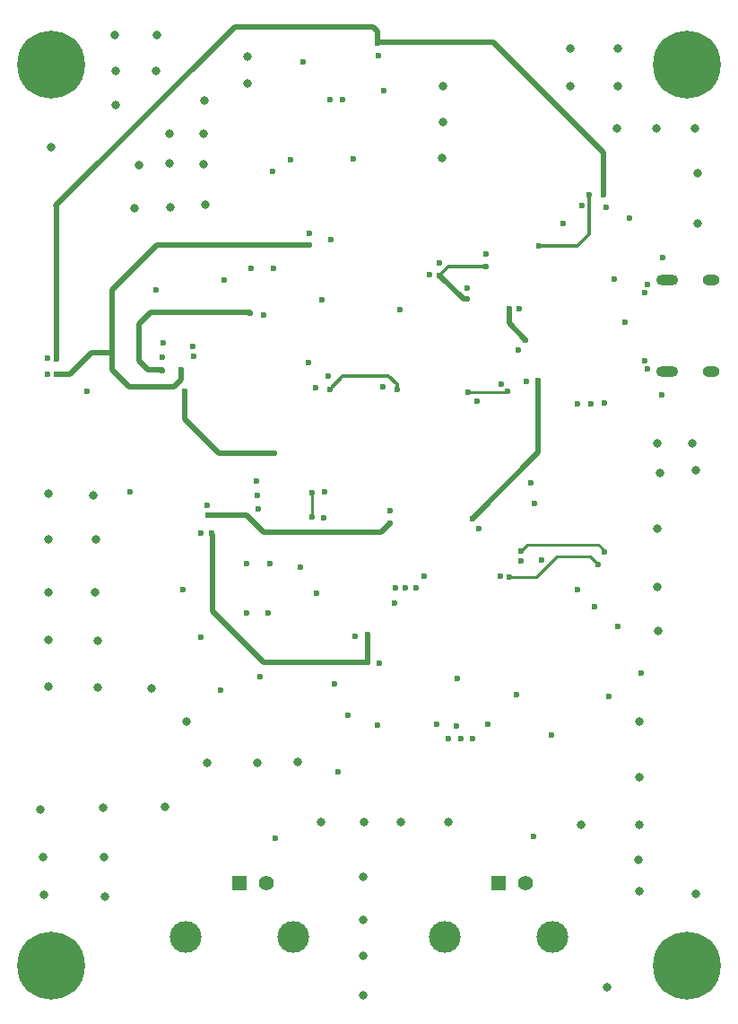
<source format=gbr>
%TF.GenerationSoftware,KiCad,Pcbnew,9.0.0*%
%TF.CreationDate,2025-12-13T14:21:09+02:00*%
%TF.ProjectId,mixed_signal_hw_pcb,6d697865-645f-4736-9967-6e616c5f6877,rev?*%
%TF.SameCoordinates,Original*%
%TF.FileFunction,Copper,L4,Bot*%
%TF.FilePolarity,Positive*%
%FSLAX46Y46*%
G04 Gerber Fmt 4.6, Leading zero omitted, Abs format (unit mm)*
G04 Created by KiCad (PCBNEW 9.0.0) date 2025-12-13 14:21:09*
%MOMM*%
%LPD*%
G01*
G04 APERTURE LIST*
%TA.AperFunction,ComponentPad*%
%ADD10R,1.400000X1.400000*%
%TD*%
%TA.AperFunction,ComponentPad*%
%ADD11C,1.400000*%
%TD*%
%TA.AperFunction,ComponentPad*%
%ADD12C,3.000000*%
%TD*%
%TA.AperFunction,ComponentPad*%
%ADD13C,0.800000*%
%TD*%
%TA.AperFunction,ComponentPad*%
%ADD14C,6.400000*%
%TD*%
%TA.AperFunction,HeatsinkPad*%
%ADD15O,2.100000X1.000000*%
%TD*%
%TA.AperFunction,HeatsinkPad*%
%ADD16O,1.600000X1.000000*%
%TD*%
%TA.AperFunction,ViaPad*%
%ADD17C,0.800000*%
%TD*%
%TA.AperFunction,ViaPad*%
%ADD18C,0.600000*%
%TD*%
%TA.AperFunction,Conductor*%
%ADD19C,0.500000*%
%TD*%
%TA.AperFunction,Conductor*%
%ADD20C,0.300000*%
%TD*%
%TA.AperFunction,Conductor*%
%ADD21C,0.293000*%
%TD*%
%TA.AperFunction,Conductor*%
%ADD22C,0.200000*%
%TD*%
%TA.AperFunction,Conductor*%
%ADD23C,0.261112*%
%TD*%
G04 APERTURE END LIST*
D10*
%TO.P,J300,1,In*%
%TO.N,/ADC/IN*%
X81710000Y-107700000D03*
D11*
%TO.P,J300,2,Ext*%
%TO.N,GND*%
X84250000Y-107700000D03*
D12*
%TO.P,J300,3*%
%TO.N,N/C*%
X76630000Y-112780000D03*
%TO.P,J300,4*%
X86790000Y-112780000D03*
%TD*%
D13*
%TO.P,H1,1,1*%
%TO.N,GND*%
X61600000Y-30500000D03*
X62302944Y-28802944D03*
X62302944Y-32197056D03*
X64000000Y-28100000D03*
D14*
X64000000Y-30500000D03*
D13*
X64000000Y-32900000D03*
X65697056Y-28802944D03*
X65697056Y-32197056D03*
X66400000Y-30500000D03*
%TD*%
%TO.P,H4,1,1*%
%TO.N,GND*%
X61600000Y-115500000D03*
X62302944Y-113802944D03*
X62302944Y-117197056D03*
X64000000Y-113100000D03*
D14*
X64000000Y-115500000D03*
D13*
X64000000Y-117900000D03*
X65697056Y-113802944D03*
X65697056Y-117197056D03*
X66400000Y-115500000D03*
%TD*%
D15*
%TO.P,J200,S1,SHIELD*%
%TO.N,GND*%
X122110000Y-59510000D03*
D16*
X126290000Y-59510000D03*
D15*
X122110000Y-50870000D03*
D16*
X126290000Y-50870000D03*
%TD*%
D13*
%TO.P,H3,1,1*%
%TO.N,GND*%
X121600000Y-115500000D03*
X122302944Y-113802944D03*
X122302944Y-117197056D03*
X124000000Y-113100000D03*
D14*
X124000000Y-115500000D03*
D13*
X124000000Y-117900000D03*
X125697056Y-113802944D03*
X125697056Y-117197056D03*
X126400000Y-115500000D03*
%TD*%
D10*
%TO.P,J400,1,In*%
%TO.N,/DAC/OUT*%
X106236000Y-107700000D03*
D11*
%TO.P,J400,2,Ext*%
%TO.N,GND*%
X108776000Y-107700000D03*
D12*
%TO.P,J400,3*%
%TO.N,N/C*%
X101156000Y-112780000D03*
%TO.P,J400,4*%
X111316000Y-112780000D03*
%TD*%
D13*
%TO.P,H2,1,1*%
%TO.N,GND*%
X121600000Y-30500000D03*
X122302944Y-28802944D03*
X122302944Y-32197056D03*
X124000000Y-28100000D03*
D14*
X124000000Y-30500000D03*
D13*
X124000000Y-32900000D03*
X125697056Y-28802944D03*
X125697056Y-32197056D03*
X126400000Y-30500000D03*
%TD*%
D17*
%TO.N,GND*%
X76720000Y-92540000D03*
X93470000Y-114590000D03*
X100890000Y-39310000D03*
X100940000Y-35960000D03*
X69070000Y-108980000D03*
X87270000Y-96300000D03*
X83470000Y-96360000D03*
X78730000Y-96360000D03*
X119420000Y-105570000D03*
X121320000Y-83970000D03*
X121100000Y-36570000D03*
X70070000Y-34340000D03*
X68340000Y-89270000D03*
X63710000Y-89160000D03*
X75150000Y-37020000D03*
X78450000Y-33890000D03*
X78340000Y-37020000D03*
X71860000Y-44050000D03*
X73870000Y-31100000D03*
X101490000Y-102020000D03*
X116490000Y-117520000D03*
X113990000Y-102270000D03*
X96990000Y-102020000D03*
X93490000Y-102020000D03*
X89490000Y-102020000D03*
X93410000Y-118330000D03*
X93410000Y-111240000D03*
X93410000Y-107170000D03*
X119490000Y-92520000D03*
X119490000Y-97770000D03*
X121240000Y-79770000D03*
X121240000Y-74270000D03*
X121490000Y-69060000D03*
X121240000Y-66270000D03*
X124490000Y-66270000D03*
X124800000Y-68830000D03*
X117410000Y-36520000D03*
X117490000Y-32520000D03*
X112990000Y-32520000D03*
X100990000Y-32520000D03*
X124990000Y-45520000D03*
X124990000Y-40770000D03*
X124740000Y-36520000D03*
X117490000Y-29020000D03*
X112990000Y-29020000D03*
X119490000Y-102270000D03*
X124800000Y-108790000D03*
X119490000Y-108520000D03*
X63320000Y-108880000D03*
X68990000Y-105270000D03*
X63240000Y-105270000D03*
X74720000Y-100580000D03*
X68898242Y-100660000D03*
X62920000Y-100820000D03*
X73420000Y-89380000D03*
X68340000Y-84860000D03*
X63740000Y-84770000D03*
X68120000Y-80280000D03*
X63740000Y-80270000D03*
X68240000Y-75270000D03*
X63740000Y-75270000D03*
X67950000Y-71130000D03*
X63740000Y-71020000D03*
X78490000Y-43770000D03*
X75240000Y-44020000D03*
X72250000Y-40030000D03*
X78390000Y-39920000D03*
X75150000Y-39810000D03*
X63990000Y-38270000D03*
X82490000Y-32270000D03*
X82490000Y-29770000D03*
X70070000Y-31100000D03*
X73990000Y-27770000D03*
X69990000Y-27770000D03*
D18*
X102640000Y-94070000D03*
X104340000Y-74330000D03*
X96490000Y-79870000D03*
X83440000Y-71120000D03*
X121590000Y-61710000D03*
X99150000Y-78760000D03*
X87750000Y-30230000D03*
X119990000Y-58440000D03*
X94797500Y-92820000D03*
X115310000Y-81650000D03*
X67320000Y-61350000D03*
X85140000Y-103520000D03*
X94980000Y-87000000D03*
X95380000Y-32980000D03*
X116592500Y-90145000D03*
X84590000Y-77620000D03*
X86540000Y-39470000D03*
X90100000Y-59930000D03*
X97440000Y-79870000D03*
X104990000Y-48410000D03*
X73900000Y-51790000D03*
X87500000Y-77920000D03*
X82390000Y-82220000D03*
X112290000Y-45520000D03*
X92640000Y-84420000D03*
X113680000Y-62540000D03*
X88240000Y-58620000D03*
X83390000Y-69820000D03*
X108190000Y-53520000D03*
X96360000Y-81350000D03*
X90355000Y-47035000D03*
X103740000Y-94070000D03*
X99660000Y-50340000D03*
X83490000Y-72470000D03*
X98440000Y-79860000D03*
X74460000Y-58110000D03*
X116340000Y-43950000D03*
X89700000Y-73320000D03*
X94910000Y-29670000D03*
X80340000Y-50880000D03*
X84490000Y-82220000D03*
X105225000Y-92755000D03*
X114940000Y-62520000D03*
X106425653Y-78757895D03*
X120310000Y-59190000D03*
X88900000Y-61030000D03*
X90280000Y-33800000D03*
X63640000Y-59700000D03*
X91062500Y-97255000D03*
X90712500Y-88965000D03*
X76440000Y-80050000D03*
X110298774Y-77280444D03*
X83662500Y-88300000D03*
X117485000Y-83500000D03*
X88990000Y-80420000D03*
X108810000Y-60380000D03*
X78070000Y-74740000D03*
X92530000Y-39450000D03*
X117175000Y-50735000D03*
X109220000Y-69990000D03*
X102240000Y-92920000D03*
X119690000Y-87920000D03*
X120270000Y-51230000D03*
X109490000Y-103370000D03*
X91520000Y-33830000D03*
X82390000Y-77620000D03*
X95320000Y-60950000D03*
X118115039Y-54785000D03*
X114070000Y-43800000D03*
X100600000Y-49200000D03*
X89510000Y-52690000D03*
X113700000Y-80040000D03*
X109600000Y-71940000D03*
X104170000Y-62310000D03*
X71450000Y-70860000D03*
X121680000Y-48700000D03*
X120010000Y-51990000D03*
X96900000Y-53610000D03*
X116170000Y-62480000D03*
X100390000Y-92720000D03*
X118540000Y-44970000D03*
X78090000Y-84580000D03*
X106470000Y-60650000D03*
X84970000Y-49725000D03*
X102330000Y-88460000D03*
X108300000Y-77310000D03*
X88340000Y-46400000D03*
X107890000Y-89920000D03*
X96010000Y-72640000D03*
X77440000Y-58020000D03*
X108100000Y-57460000D03*
X103270000Y-51610000D03*
X91992500Y-91935000D03*
X77340000Y-57070000D03*
X63640000Y-58190000D03*
X101490000Y-94070000D03*
X83990000Y-54170000D03*
X79940000Y-89570000D03*
X89760000Y-70790000D03*
X82870000Y-49725000D03*
X74590000Y-56790000D03*
X84840000Y-40560000D03*
X78730000Y-72100000D03*
X111180000Y-93790000D03*
%TO.N,+5V*%
X107190000Y-53520000D03*
X96010000Y-73760000D03*
X108790000Y-56520000D03*
X103720000Y-73340000D03*
X78780000Y-72990000D03*
X109970000Y-60330000D03*
%TO.N,+3.3VA*%
X93860000Y-84260000D03*
X79150000Y-74730000D03*
X93847500Y-86892500D03*
%TO.N,+3V3*%
X82790000Y-53970000D03*
X110065000Y-47645000D03*
X74490000Y-59360000D03*
X105050000Y-49550000D03*
X64500000Y-59740000D03*
X76215000Y-59345000D03*
X116110000Y-42760000D03*
X64500000Y-58260000D03*
X114770000Y-42760000D03*
X76580000Y-61370000D03*
X85070000Y-67180000D03*
X94800000Y-28480000D03*
X96610000Y-61180000D03*
X90280000Y-61140000D03*
X88325000Y-47565000D03*
X100610000Y-50380000D03*
X103250000Y-52640000D03*
%TO.N,SPI1_NSS*%
X88620000Y-73220556D03*
X88620000Y-70870000D03*
%TO.N,SPI2_NSS*%
X103370000Y-61430000D03*
X107020000Y-61360000D03*
%TO.N,DAC_NCLR*%
X107267903Y-78872435D03*
X115590000Y-77700000D03*
%TO.N,DAC_NLDAC*%
X108350000Y-76430000D03*
X116180000Y-76530000D03*
%TD*%
D19*
%TO.N,+5V*%
X109970000Y-67090000D02*
X103720000Y-73340000D01*
X84040000Y-74630000D02*
X95140000Y-74630000D01*
X78780000Y-72990000D02*
X82400000Y-72990000D01*
X95140000Y-74630000D02*
X96010000Y-73760000D01*
X109970000Y-60330000D02*
X109970000Y-67090000D01*
X107190000Y-54920000D02*
X108790000Y-56520000D01*
X82400000Y-72990000D02*
X84040000Y-74630000D01*
X107190000Y-53520000D02*
X107190000Y-54920000D01*
%TO.N,+3.3VA*%
X84032500Y-86892500D02*
X93847500Y-86892500D01*
X93860000Y-86880000D02*
X93847500Y-86892500D01*
D20*
X79150000Y-74730000D02*
X79150000Y-74880000D01*
D19*
X79190000Y-74920000D02*
X79190000Y-82050000D01*
D20*
X79150000Y-74880000D02*
X79190000Y-74920000D01*
D19*
X93860000Y-84260000D02*
X93860000Y-86880000D01*
X79190000Y-82050000D02*
X84032500Y-86892500D01*
%TO.N,+3V3*%
X64500000Y-58260000D02*
X64500000Y-43890000D01*
X76215000Y-60275000D02*
X75590000Y-60900000D01*
D20*
X113655000Y-47645000D02*
X110065000Y-47645000D01*
D19*
X116110000Y-38840000D02*
X105710000Y-28440000D01*
D20*
X76570000Y-61380000D02*
X76580000Y-61370000D01*
D19*
X105710000Y-28440000D02*
X94840000Y-28440000D01*
D20*
X95840000Y-59910000D02*
X96610000Y-60680000D01*
D19*
X94800000Y-28480000D02*
X94800000Y-27370000D01*
X81280000Y-26970000D02*
X64430000Y-43820000D01*
D20*
X114770000Y-42760000D02*
X114770000Y-46530000D01*
D19*
X73149000Y-59329000D02*
X74459000Y-59329000D01*
D20*
X105050000Y-49550000D02*
X101440000Y-49550000D01*
D19*
X72280000Y-54980000D02*
X72280000Y-58460000D01*
X76570000Y-63940000D02*
X76570000Y-61380000D01*
X64500000Y-43890000D02*
X64430000Y-43820000D01*
X79810000Y-67180000D02*
X76570000Y-63940000D01*
X76215000Y-59345000D02*
X76215000Y-60275000D01*
D20*
X91510000Y-59910000D02*
X95840000Y-59910000D01*
D19*
X71360000Y-60900000D02*
X69730000Y-59270000D01*
X75590000Y-60900000D02*
X71360000Y-60900000D01*
X116110000Y-42760000D02*
X116110000Y-38840000D01*
X102870000Y-52640000D02*
X100610000Y-50380000D01*
X73360000Y-53900000D02*
X72280000Y-54980000D01*
D20*
X101440000Y-49550000D02*
X100610000Y-50380000D01*
D19*
X72280000Y-58460000D02*
X73149000Y-59329000D01*
X69730000Y-57730000D02*
X69730000Y-51810000D01*
D20*
X114770000Y-46530000D02*
X113655000Y-47645000D01*
D19*
X94800000Y-27370000D02*
X94400000Y-26970000D01*
X65730000Y-59740000D02*
X67740000Y-57730000D01*
X73975000Y-47565000D02*
X88325000Y-47565000D01*
X64500000Y-59740000D02*
X65730000Y-59740000D01*
X69730000Y-51810000D02*
X73975000Y-47565000D01*
X103250000Y-52640000D02*
X102870000Y-52640000D01*
X69730000Y-59270000D02*
X69730000Y-57730000D01*
X67740000Y-57730000D02*
X69730000Y-57730000D01*
X82790000Y-53970000D02*
X82720000Y-53900000D01*
X82720000Y-53900000D02*
X73360000Y-53900000D01*
X94400000Y-26970000D02*
X81280000Y-26970000D01*
D20*
X96610000Y-60680000D02*
X96610000Y-61180000D01*
D19*
X85070000Y-67180000D02*
X79810000Y-67180000D01*
X94840000Y-28440000D02*
X94800000Y-28480000D01*
D20*
X90280000Y-61140000D02*
X91510000Y-59910000D01*
D19*
X74459000Y-59329000D02*
X74490000Y-59360000D01*
D21*
%TO.N,SPI1_NSS*%
X88620000Y-73220556D02*
X88620000Y-70870000D01*
%TO.N,SPI2_NSS*%
X103500000Y-61420000D02*
X106960000Y-61420000D01*
D22*
X103370000Y-61430000D02*
X103440000Y-61360000D01*
D23*
X103440000Y-61360000D02*
X103500000Y-61420000D01*
X106960000Y-61420000D02*
X107020000Y-61360000D01*
D22*
%TO.N,DAC_NCLR*%
X107267903Y-78872435D02*
X107270000Y-78870338D01*
D23*
X109767565Y-78872435D02*
X107267903Y-78872435D01*
X114810000Y-76920000D02*
X111720000Y-76920000D01*
X111720000Y-76920000D02*
X109767565Y-78872435D01*
X115590000Y-77700000D02*
X114810000Y-76920000D01*
D21*
%TO.N,DAC_NLDAC*%
X115640000Y-75820000D02*
X116180000Y-76360000D01*
D22*
X116180000Y-76360000D02*
X116180000Y-76530000D01*
D21*
X108350000Y-76430000D02*
X108960000Y-75820000D01*
X108960000Y-75820000D02*
X115640000Y-75820000D01*
%TD*%
M02*

</source>
